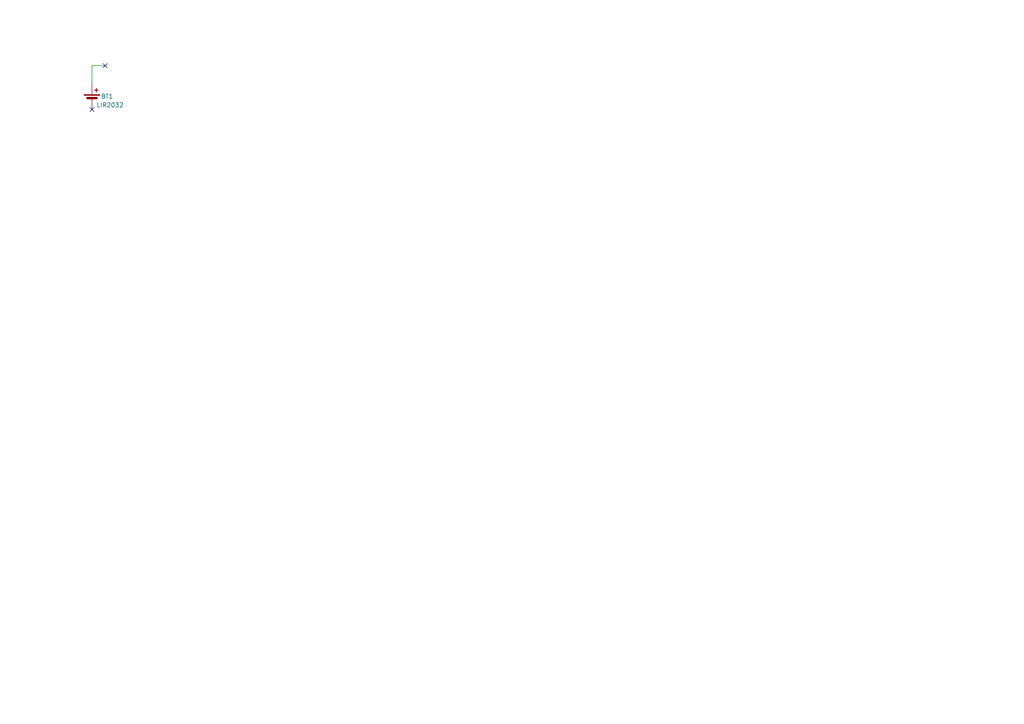
<source format=kicad_sch>
(kicad_sch (version 20230121) (generator eeschema)
  (paper "A4")
  (lib_symbols
    (symbol "Device:Battery_Cell" (pin_numbers hide) (pin_names (offset 0) hide)
      (property "Reference" "BT" (at 2.54 2.54 0))
      (property "Value" "Battery_Cell" (at 2.54 0 0))
      (symbol "Battery_Cell_0_1"
        (rectangle (start -2.286 1.778) (end 2.286 1.524) (fill (type outline)))
        (rectangle (start -1.524 1.016) (end 1.524 0.508) (fill (type outline)))
        (polyline (pts (xy 0 0.762) (xy 0 0)))
        (polyline (pts (xy 0 1.778) (xy 0 2.54)))
        (polyline (pts (xy 0.762 3.048) (xy 1.778 3.048)) (stroke (width 0.254)))
        (polyline (pts (xy 1.27 3.556) (xy 1.27 2.54)) (stroke (width 0.254)))
      )
      (symbol "Battery_Cell_1_1"
        (pin passive line (at 0 5.08 270) (length 2.54) (name "+") (number "1"))
        (pin passive line (at 0 -2.54 90) (length 2.54) (name "-") (number "2"))
      )
    )
  )
  (no_connect (at 26.67 31.75))
  (no_connect (at 30.48 19.05))
  (wire (pts (xy 26.67 19.05) (xy 30.48 19.05)))
  (wire (pts (xy 26.67 24.13) (xy 26.67 19.05)))
  (symbol (lib_id "Device:Battery_Cell") (at 26.67 29.21 0) (unit 1)
    (property "Reference" "BT1" (at 29.21 27.94 0) (effects (justify left)))
    (property "Value" "LIR2032" (at 27.94 30.48 0) (effects (justify left)))
    (property "Footprint" "repo:LIR2032" (effects hide))
  )
)
</source>
